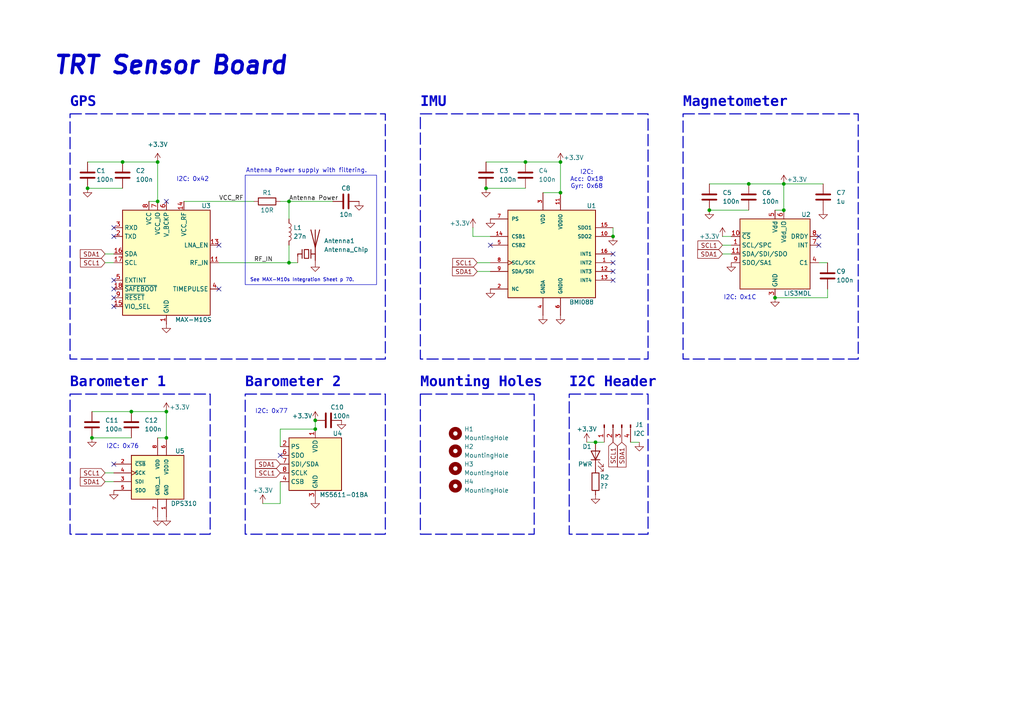
<source format=kicad_sch>
(kicad_sch (version 20231120) (generator "eeschema") (generator_version "8.0")
  (paper "A4")
  (title_block (title "TRT Sensor Board") (date "2024-07-10") (rev "0.1") (company "TRT"))
  (lib_symbols
    (symbol "BMI088:BMI088" (pin_names (offset 1.016))
      (property "Reference" "U" (at 7.62 15.24 0))
      (property "Value" "BMI088" (at 5.08 -15.24 0))
      (symbol "BMI088_0_0"
        (rectangle (start -12.7 12.7) (end 12.7 -12.7) (stroke (width 0.254)) (fill (type background)))
        (pin bidirectional line (at 17.78 -2.54 180) (length 5.08) (name "INT2") (number "1"))
        (pin output line (at 17.78 5.08 180) (length 5.08) (name "SDO2") (number "10"))
        (pin power_in line (at 2.54 17.78 270) (length 5.08) (name "VDDIO") (number "11"))
        (pin bidirectional line (at 17.78 -5.08 180) (length 5.08) (name "INT3") (number "12"))
        (pin bidirectional line (at 17.78 -7.62 180) (length 5.08) (name "INT4") (number "13"))
        (pin input line (at -17.78 5.08 0) (length 5.08) (name "CSB1") (number "14"))
        (pin output line (at 17.78 7.62 180) (length 5.08) (name "SDO1") (number "15"))
        (pin bidirectional line (at 17.78 0 180) (length 5.08) (name "INT1") (number "16"))
        (pin passive line (at -17.78 -10.16 0) (length 5.08) (name "NC") (number "2"))
        (pin power_in line (at -2.54 17.78 270) (length 5.08) (name "VDD") (number "3"))
        (pin power_in line (at -2.54 -17.78 90) (length 5.08) (name "GNDA") (number "4"))
        (pin input line (at -17.78 2.54 0) (length 5.08) (name "CSB2") (number "5"))
        (pin power_in line (at 2.54 -17.78 90) (length 5.08) (name "GNDIO") (number "6"))
        (pin input line (at -17.78 10.16 0) (length 5.08) (name "PS") (number "7"))
        (pin input clock (at -17.78 -2.54 0) (length 5.08) (name "SCL/SCK") (number "8"))
        (pin bidirectional line (at -17.78 -5.08 0) (length 5.08) (name "SDA/SDI") (number "9"))
      )
    )
    (symbol "Connector:Conn_01x04_Pin" (pin_names (offset 1.016) hide)
      (property "Reference" "J" (at 0 5.08 0))
      (property "Value" "Conn_01x04_Pin" (at 0 -7.62 0))
      (symbol "Conn_01x04_Pin_1_1"
        (polyline (pts (xy 1.27 -5.08) (xy 0.8636 -5.08)) (stroke (width 0.1524)))
        (polyline (pts (xy 1.27 -2.54) (xy 0.8636 -2.54)) (stroke (width 0.1524)))
        (polyline (pts (xy 1.27 0) (xy 0.8636 0)) (stroke (width 0.1524)))
        (polyline (pts (xy 1.27 2.54) (xy 0.8636 2.54)) (stroke (width 0.1524)))
        (rectangle (start 0.8636 -4.953) (end 0 -5.207) (stroke (width 0.1524)) (fill (type outline)))
        (rectangle (start 0.8636 -2.413) (end 0 -2.667) (stroke (width 0.1524)) (fill (type outline)))
        (rectangle (start 0.8636 0.127) (end 0 -0.127) (stroke (width 0.1524)) (fill (type outline)))
        (rectangle (start 0.8636 2.667) (end 0 2.413) (stroke (width 0.1524)) (fill (type outline)))
        (pin passive line (at 5.08 2.54 180) (length 3.81) (name "Pin_1") (number "1"))
        (pin passive line (at 5.08 0 180) (length 3.81) (name "Pin_2") (number "2"))
        (pin passive line (at 5.08 -2.54 180) (length 3.81) (name "Pin_3") (number "3"))
        (pin passive line (at 5.08 -5.08 180) (length 3.81) (name "Pin_4") (number "4"))
      )
    )
    (symbol "DPS310XTSA1:DPS310XTSA1" (pin_names (offset 1.016))
      (property "Reference" "U" (at 2.54 5.08 0))
      (property "Value" "DPS310XTSA1" (at -7.62 -7.62 0))
      (symbol "DPS310XTSA1_0_0"
        (rectangle (start -10.16 5.08) (end 5.08 -7.62) (stroke (width 0.254)) (fill (type background)))
        (pin power_in line (at 0 -12.7 90) (length 5.08) (name "GND") (number "1"))
        (pin input line (at -15.24 2.54 0) (length 5.08) (name "~{CSB}") (number "2"))
        (pin bidirectional line (at -15.24 -2.54 0) (length 5.08) (name "SDI") (number "3"))
        (pin input clock (at -15.24 0 0) (length 5.08) (name "SCK") (number "4"))
        (pin output line (at -15.24 -5.08 0) (length 5.08) (name "SDO") (number "5"))
        (pin power_in line (at 0 10.16 270) (length 5.08) (name "VDDIO") (number "6"))
        (pin power_in line (at -2.54 -12.7 90) (length 5.08) (name "GND__1") (number "7"))
        (pin power_in line (at -2.54 10.16 270) (length 5.08) (name "VDD") (number "8"))
      )
    )
    (symbol "Device:Antenna_Chip" (pin_numbers hide) (pin_names (offset 1.016) hide)
      (property "Reference" "AE1" (at 5.08 3.8101 0))
      (property "Value" "Antenna_Chip" (at 5.08 1.2701 0))
      (symbol "Antenna_Chip_0_1"
        (polyline (pts (xy -2.54 0) (xy -2.54 -0.635)) (stroke (width 0.254)))
        (polyline (pts (xy -2.54 0) (xy -1.27 0)) (stroke (width 0.254)))
        (polyline (pts (xy 1.27 0) (xy 2.54 0)) (stroke (width 0.254)))
        (polyline (pts (xy 1.27 1.27) (xy 1.27 -1.27)) (stroke (width 0.254)))
        (polyline (pts (xy 2.54 -0.635) (xy 2.54 0)))
        (polyline (pts (xy 2.54 6.985) (xy 2.54 -1.905)) (stroke (width 0.254)))
        (polyline (pts (xy -1.27 1.27) (xy -1.27 -1.27) (xy -1.27 0)) (stroke (width 0.254)))
        (polyline (pts (xy 3.81 6.985) (xy 2.54 1.905) (xy 1.27 6.985)) (stroke (width 0.254)))
        (polyline (pts (xy -0.635 1.27) (xy 0.635 1.27) (xy 0.635 -1.27) (xy -0.635 -1.27) (xy -0.635 1.27)) (stroke (width 0.254)))
      )
      (symbol "Antenna_Chip_1_1"
        (pin input line (at -2.54 -2.54 90) (length 2.54) (name "FEED") (number "1"))
        (pin passive line (at 2.54 -2.54 90) (length 2.54) (name "PCB_Trace") (number "2"))
        (pin input line (at 2.54 -2.54 0) (length 2.54) hide (name "") (number "3"))
        (pin input line (at 2.54 -2.54 0) (length 2.54) hide (name "") (number "4"))
        (pin input line (at 2.54 -2.54 0) (length 2.54) hide (name "") (number "5"))
        (pin input line (at 2.54 -2.54 0) (length 2.54) hide (name "") (number "6"))
        (pin input line (at 2.54 -2.54 0) (length 2.54) hide (name "") (number "7"))
        (pin input line (at 2.54 -2.54 0) (length 2.54) hide (name "") (number "8"))
        (pin input line (at 2.54 -2.54 0) (length 2.54) hide (name "") (number "9"))
      )
    )
    (symbol "Device:C" (pin_numbers hide) (pin_names (offset 0.254))
      (property "Reference" "C" (at 0.635 2.54 0))
      (property "Value" "C" (at 0.635 -2.54 0))
      (symbol "C_0_1"
        (polyline (pts (xy -2.032 -0.762) (xy 2.032 -0.762)) (stroke (width 0.508)))
        (polyline (pts (xy -2.032 0.762) (xy 2.032 0.762)) (stroke (width 0.508)))
      )
      (symbol "C_1_1"
        (pin passive line (at 0 3.81 270) (length 2.794) (name "~") (number "1"))
        (pin passive line (at 0 -3.81 90) (length 2.794) (name "~") (number "2"))
      )
    )
    (symbol "Device:L" (pin_numbers hide) (pin_names (offset 1.016) hide)
      (property "Reference" "L" (at -1.27 0 90))
      (property "Value" "L" (at 1.905 0 90))
      (symbol "L_0_1"
        (arc (start 0 -2.54) (mid 0.6323 -1.905) (end 0 -1.27))
        (arc (start 0 -1.27) (mid 0.6323 -0.635) (end 0 0))
        (arc (start 0 0) (mid 0.6323 0.635) (end 0 1.27))
        (arc (start 0 1.27) (mid 0.6323 1.905) (end 0 2.54))
      )
      (symbol "L_1_1"
        (pin passive line (at 0 3.81 270) (length 1.27) (name "1") (number "1"))
        (pin passive line (at 0 -3.81 90) (length 1.27) (name "2") (number "2"))
      )
    )
    (symbol "Device:LED" (pin_numbers hide) (pin_names (offset 1.016) hide)
      (property "Reference" "D" (at 0 2.54 0))
      (property "Value" "LED" (at 0 -2.54 0))
      (symbol "LED_0_1"
        (polyline (pts (xy -1.27 -1.27) (xy -1.27 1.27)) (stroke (width 0.254)))
        (polyline (pts (xy -1.27 0) (xy 1.27 0)))
        (polyline (pts (xy 1.27 -1.27) (xy 1.27 1.27) (xy -1.27 0) (xy 1.27 -1.27)) (stroke (width 0.254)))
        (polyline (pts (xy -3.048 -0.762) (xy -4.572 -2.286) (xy -3.81 -2.286) (xy -4.572 -2.286) (xy -4.572 -1.524)))
        (polyline (pts (xy -1.778 -0.762) (xy -3.302 -2.286) (xy -2.54 -2.286) (xy -3.302 -2.286) (xy -3.302 -1.524)))
      )
      (symbol "LED_1_1"
        (pin passive line (at -3.81 0 0) (length 2.54) (name "K") (number "1"))
        (pin passive line (at 3.81 0 180) (length 2.54) (name "A") (number "2"))
      )
    )
    (symbol "Device:R" (pin_numbers hide) (pin_names (offset 0))
      (property "Reference" "R" (at 2.032 0 90))
      (property "Value" "R" (at 0 0 90))
      (symbol "R_0_1"
        (rectangle (start -1.016 -2.54) (end 1.016 2.54) (stroke (width 0.254)))
      )
      (symbol "R_1_1"
        (pin passive line (at 0 3.81 270) (length 1.27) (name "~") (number "1"))
        (pin passive line (at 0 -3.81 90) (length 1.27) (name "~") (number "2"))
      )
    )
    (symbol "Mechanical:MountingHole" (pin_names (offset 1.016)) (exclude_from_sim yes) (in_bom no)
      (property "Reference" "H" (at 0 5.08 0))
      (property "Value" "MountingHole" (at 0 3.175 0))
      (symbol "MountingHole_0_1"
        (circle (center 0 0) (radius 1.27) (stroke (width 1.27)))
      )
    )
    (symbol "RF_GPS:MAX-M10S"
      (property "Reference" "U" (at -10.16 16.51 0))
      (property "Value" "MAX-M10S" (at 11.43 16.51 0))
      (symbol "MAX-M10S_0_1"
        (rectangle (start 12.7 15.24) (end -12.7 -15.24) (stroke (width 0.254)) (fill (type background)))
      )
      (symbol "MAX-M10S_1_1"
        (pin power_in line (at 0 -17.78 90) (length 2.54) (name "GND") (number "1"))
        (pin passive line (at 0 -17.78 90) (length 2.54) hide (name "GND") (number "10"))
        (pin input line (at 15.24 0 180) (length 2.54) (name "RF_IN") (number "11"))
        (pin passive line (at 0 -17.78 90) (length 2.54) hide (name "GND") (number "12"))
        (pin output line (at 15.24 5.08 180) (length 2.54) (name "LNA_EN") (number "13"))
        (pin power_out line (at 5.08 17.78 270) (length 2.54) (name "VCC_RF") (number "14"))
        (pin input line (at -15.24 -12.7 0) (length 2.54) (name "VIO_SEL") (number "15"))
        (pin bidirectional line (at -15.24 2.54 0) (length 2.54) (name "SDA") (number "16"))
        (pin input line (at -15.24 0 0) (length 2.54) (name "SCL") (number "17"))
        (pin input line (at -15.24 -7.62 0) (length 2.54) (name "~{SAFEBOOT}") (number "18"))
        (pin output line (at -15.24 7.62 0) (length 2.54) (name "TXD") (number "2"))
        (pin input line (at -15.24 10.16 0) (length 2.54) (name "RXD") (number "3"))
        (pin output line (at 15.24 -7.62 180) (length 2.54) (name "TIMEPULSE") (number "4"))
        (pin input line (at -15.24 -5.08 0) (length 2.54) (name "EXTINT") (number "5"))
        (pin power_in line (at 0 17.78 270) (length 2.54) (name "V_BCKP") (number "6"))
        (pin power_in line (at -2.54 17.78 270) (length 2.54) (name "VCC_IO") (number "7"))
        (pin power_in line (at -5.08 17.78 270) (length 2.54) (name "VCC") (number "8"))
        (pin input line (at -15.24 -10.16 0) (length 2.54) (name "~{RESET}") (number "9"))
      )
    )
    (symbol "Sensor_Magnetic:LIS3MDL"
      (property "Reference" "U" (at -8.89 11.43 0))
      (property "Value" "LIS3MDL" (at 7.62 11.43 0))
      (symbol "LIS3MDL_0_1"
        (rectangle (start -10.16 10.16) (end 10.16 -10.16) (stroke (width 0.254)) (fill (type background)))
      )
      (symbol "LIS3MDL_1_1"
        (pin input line (at -12.7 2.54 0) (length 2.54) (name "SCL/SPC") (number "1"))
        (pin input line (at -12.7 5.08 0) (length 2.54) (name "~{CS}") (number "10"))
        (pin bidirectional line (at -12.7 0 0) (length 2.54) (name "SDA/SDI/SDO") (number "11"))
        (pin passive line (at 0 -12.7 90) (length 2.54) hide (name "GND") (number "12"))
        (pin passive line (at 0 -12.7 90) (length 2.54) hide (name "GND") (number "2"))
        (pin power_in line (at 0 -12.7 90) (length 2.54) (name "GND") (number "3"))
        (pin power_out line (at 12.7 -2.54 180) (length 2.54) (name "C1") (number "4"))
        (pin power_in line (at 0 12.7 270) (length 2.54) (name "Vdd") (number "5"))
        (pin power_in line (at 2.54 12.7 270) (length 2.54) (name "Vdd_IO") (number "6"))
        (pin output line (at 12.7 2.54 180) (length 2.54) (name "INT") (number "7"))
        (pin output line (at 12.7 5.08 180) (length 2.54) (name "DRDY") (number "8"))
        (pin bidirectional line (at -12.7 -2.54 0) (length 2.54) (name "SDO/SA1") (number "9"))
      )
    )
    (symbol "Sensor_Pressure:MS5611-01BA"
      (property "Reference" "U" (at -6.35 8.89 0))
      (property "Value" "MS5611-01BA" (at 7.62 8.89 0))
      (symbol "MS5611-01BA_0_1"
        (rectangle (start -7.62 7.62) (end 7.62 -7.62) (stroke (width 0.254)) (fill (type background)))
      )
      (symbol "MS5611-01BA_1_1"
        (pin power_in line (at 0 10.16 270) (length 2.54) (name "VDD") (number "1"))
        (pin input line (at -10.16 5.08 0) (length 2.54) (name "PS") (number "2"))
        (pin power_in line (at 0 -10.16 90) (length 2.54) (name "GND") (number "3"))
        (pin input line (at -10.16 -5.08 0) (length 2.54) (name "CSB") (number "4"))
        (pin input line (at -10.16 -5.08 0) (length 2.54) hide (name "CSB") (number "5"))
        (pin output line (at -10.16 2.54 0) (length 2.54) (name "SDO") (number "6"))
        (pin bidirectional line (at -10.16 0 0) (length 2.54) (name "SDI/SDA") (number "7"))
        (pin input line (at -10.16 -2.54 0) (length 2.54) (name "SCLK") (number "8"))
      )
    )
    (symbol "power:+3.3V" (power) (pin_numbers hide) (pin_names (offset 0) hide)
      (property "Value" "+3.3V" (at 0 3.556 0))
      (symbol "+3.3V_0_1"
        (polyline (pts (xy -0.762 1.27) (xy 0 2.54)))
        (polyline (pts (xy 0 0) (xy 0 2.54)))
        (polyline (pts (xy 0 2.54) (xy 0.762 1.27)))
      )
      (symbol "+3.3V_1_1"
        (pin power_in line (at 0 0 90) (length 0) (name "~") (number "1"))
      )
    )
    (symbol "power:GND" (power) (pin_numbers hide) (pin_names (offset 0) hide)
      (property "Value" "GND" (at 0 -3.81 0))
      (symbol "GND_0_1"
        (polyline (pts (xy 0 0) (xy 0 -1.27) (xy 1.27 -1.27) (xy 0 -2.54) (xy -1.27 -1.27) (xy 0 -1.27)))
      )
      (symbol "GND_1_1"
        (pin power_in line (at 0 0 270) (length 0) (name "~") (number "1"))
      )
    )
  )
  (junction (at 172.72 128.27))
  (junction (at 227.33 53.34))
  (junction (at 162.56 55.88))
  (junction (at 224.79 86.36))
  (junction (at 162.56 46.99))
  (junction (at 217.17 53.34))
  (junction (at 205.74 60.96))
  (junction (at 152.4 46.99))
  (junction (at 25.4 54.61))
  (junction (at 83.82 76.2))
  (junction (at 26.67 127))
  (junction (at 35.56 46.99))
  (junction (at 91.44 124.46))
  (junction (at 83.82 58.42))
  (junction (at 140.97 54.61))
  (junction (at 177.8 68.58))
  (junction (at 38.1 119.38))
  (junction (at 227.33 60.96))
  (junction (at 45.72 46.99))
  (junction (at 48.26 127))
  (junction (at 91.44 121.92))
  (junction (at 48.26 119.38))
  (junction (at 45.72 58.42))
  (no_connect (at 33.02 86.36))
  (no_connect (at 142.24 71.12))
  (no_connect (at 33.02 66.04))
  (no_connect (at 33.02 83.82))
  (no_connect (at 63.5 83.82))
  (no_connect (at 237.49 68.58))
  (no_connect (at 33.02 88.9))
  (no_connect (at 81.28 132.08))
  (no_connect (at 33.02 81.28))
  (no_connect (at 33.02 134.62))
  (no_connect (at 33.02 68.58))
  (no_connect (at 177.8 76.2))
  (no_connect (at 237.49 71.12))
  (no_connect (at 63.5 71.12))
  (no_connect (at 177.8 78.74))
  (no_connect (at 48.26 58.42))
  (no_connect (at 177.8 73.66))
  (no_connect (at 177.8 81.28))
  (wire (pts (xy 172.72 128.27) (xy 170.18 128.27)))
  (wire (pts (xy 43.18 58.42) (xy 45.72 58.42)))
  (wire (pts (xy 81.28 139.7) (xy 81.28 146.05)))
  (wire (pts (xy 227.33 53.34) (xy 227.33 60.96)))
  (wire (pts (xy 45.72 46.99) (xy 45.72 58.42)))
  (wire (pts (xy 30.48 76.2) (xy 33.02 76.2)))
  (wire (pts (xy 162.56 46.99) (xy 162.56 55.88)))
  (wire (pts (xy 138.43 76.2) (xy 142.24 76.2)))
  (wire (pts (xy 152.4 46.99) (xy 162.56 46.99)))
  (wire (pts (xy 35.56 46.99) (xy 45.72 46.99)))
  (wire (pts (xy 53.34 58.42) (xy 73.66 58.42)))
  (wire (pts (xy 240.03 83.82) (xy 240.03 86.36)))
  (wire (pts (xy 138.43 78.74) (xy 142.24 78.74)))
  (wire (pts (xy 83.82 58.42) (xy 96.52 58.42)))
  (wire (pts (xy 172.72 128.27) (xy 175.26 128.27)))
  (wire (pts (xy 30.48 139.7) (xy 33.02 139.7)))
  (wire (pts (xy 83.82 76.2) (xy 86.36 76.2)))
  (wire (pts (xy 140.97 46.99) (xy 152.4 46.99)))
  (wire (pts (xy 45.72 127) (xy 48.26 127)))
  (wire (pts (xy 81.28 124.46) (xy 81.28 129.54)))
  (wire (pts (xy 182.88 128.27) (xy 185.42 128.27)))
  (wire (pts (xy 212.09 68.58) (xy 209.55 68.58)))
  (wire (pts (xy 91.44 121.92) (xy 91.44 124.46)))
  (wire (pts (xy 30.48 137.16) (xy 33.02 137.16)))
  (wire (pts (xy 209.55 71.12) (xy 212.09 71.12)))
  (wire (pts (xy 81.28 124.46) (xy 91.44 124.46)))
  (wire (pts (xy 38.1 119.38) (xy 48.26 119.38)))
  (wire (pts (xy 177.8 66.04) (xy 177.8 68.58)))
  (wire (pts (xy 83.82 58.42) (xy 83.82 63.5)))
  (wire (pts (xy 142.24 68.58) (xy 137.16 68.58)))
  (wire (pts (xy 26.67 119.38) (xy 38.1 119.38)))
  (wire (pts (xy 26.67 127) (xy 38.1 127)))
  (wire (pts (xy 157.48 55.88) (xy 162.56 55.88)))
  (wire (pts (xy 25.4 46.99) (xy 35.56 46.99)))
  (wire (pts (xy 140.97 54.61) (xy 152.4 54.61)))
  (wire (pts (xy 224.79 60.96) (xy 227.33 60.96)))
  (wire (pts (xy 205.74 53.34) (xy 217.17 53.34)))
  (wire (pts (xy 48.26 119.38) (xy 48.26 127)))
  (wire (pts (xy 81.28 58.42) (xy 83.82 58.42)))
  (wire (pts (xy 205.74 60.96) (xy 217.17 60.96)))
  (wire (pts (xy 227.33 53.34) (xy 238.76 53.34)))
  (wire (pts (xy 30.48 73.66) (xy 33.02 73.66)))
  (wire (pts (xy 137.16 66.04) (xy 137.16 68.58)))
  (wire (pts (xy 76.2 146.05) (xy 81.28 146.05)))
  (wire (pts (xy 217.17 53.34) (xy 227.33 53.34)))
  (wire (pts (xy 63.5 76.2) (xy 83.82 76.2)))
  (wire (pts (xy 237.49 76.2) (xy 240.03 76.2)))
  (wire (pts (xy 209.55 73.66) (xy 212.09 73.66)))
  (wire (pts (xy 25.4 54.61) (xy 35.56 54.61)))
  (wire (pts (xy 83.82 71.12) (xy 83.82 76.2)))
  (wire (pts (xy 224.79 86.36) (xy 240.03 86.36)))
  (rectangle (start 20.32 33.02) (end 111.76 104.14) (stroke (width 0.3) (type dash)))
  (rectangle (start 165.1 114.3) (end 187.96 154.94) (stroke (width 0.3) (type dash)))
  (rectangle (start 71.12 50.8) (end 109.22 82.55))
  (rectangle (start 71.12 114.3) (end 111.76 154.94) (stroke (width 0.3) (type dash)))
  (rectangle (start 121.92 33.02) (end 187.96 104.14) (stroke (width 0.3) (type dash)))
  (rectangle (start 20.32 114.3) (end 60.96 154.94) (stroke (width 0.3) (type dash)))
  (rectangle (start 198.12 33.02) (end 248.92 104.14) (stroke (width 0.3) (type dash)))
  (rectangle (start 121.92 114.3) (end 154.94 154.94) (stroke (width 0.3) (type dash)))
  (text "IMU" (at 121.92 30.48 0) (effects (font (size 3 3) (thickness 1) (bold yes)) (justify left)))
  (text "TRT Sensor Board" (at 49.53 19.05 0) (effects (font (size 5 5) (thickness 1) (bold yes) (italic yes))))
  (text "I2C:\nAcc: 0x18\nGyr: 0x68" (at 170.18 52.07 0) (effects (font (size 1.27 1.27))))
  (text "I2C: 0x1C" (at 214.63 86.36 0) (effects (font (size 1.27 1.27))))
  (text "Barometer 2" (at 71.12 111.76 0) (effects (font (size 3 3) (thickness 1) (bold yes)) (justify left)))
  (text "Magnetometer" (at 198.12 30.48 0) (effects (font (size 3 3) (thickness 1) (bold yes)) (justify left)))
  (text "GPS" (at 20.32 30.48 0) (effects (font (size 3 3) (thickness 1) (bold yes)) (justify left)))
  (text "I2C: 0x42" (at 55.88 52.07 0) (effects (font (size 1.27 1.27))))
  (text "I2C: 0x77" (at 78.74 119.38 0) (effects (font (size 1.27 1.27))))
  (text "See MAX-M10s Integration Sheet p 70." (at 87.63 81.28 0) (effects (font (size 1 1))))
  (text "I2C Header" (at 165.1 111.76 0) (effects (font (size 3 3) (thickness 1) (bold yes)) (justify left)))
  (text "Mounting Holes" (at 121.92 111.76 0) (effects (font (size 3 3) (thickness 1) (bold yes)) (justify left)))
  (text "Antenna Power supply with filtering." (at 88.9 49.53 0) (effects (font (size 1.27 1.27))))
  (text "Barometer 1\n" (at 20.32 111.76 0) (effects (font (size 3 3) (thickness 1) (bold yes)) (justify left)))
  (text "I2C: 0x76" (at 35.56 129.54 0) (effects (font (size 1.27 1.27))))
  (label "Antenna Power" (at 83.82 58.42 0))
  (label "VCC_RF" (at 63.5 58.42 0))
  (label "RF_IN" (at 73.66 76.2 0))
  (global_label "SCL1" (shape input) (at 30.48 76.2 180) (property "Intersheetrefs" "${INTERSHEET_REFS}" (effects (hide yes))))
  (global_label "SCL1" (shape input) (at 138.43 76.2 180) (property "Intersheetrefs" "${INTERSHEET_REFS}" (effects (hide yes))))
  (global_label "SCL1" (shape input) (at 81.28 137.16 180) (property "Intersheetrefs" "${INTERSHEET_REFS}" (effects (hide yes))))
  (global_label "SDA1" (shape input) (at 180.34 128.27 270) (property "Intersheetrefs" "${INTERSHEET_REFS}" (effects (hide yes))))
  (global_label "SDA1" (shape input) (at 30.48 139.7 180) (property "Intersheetrefs" "${INTERSHEET_REFS}" (effects (hide yes))))
  (global_label "SDA1" (shape input) (at 81.28 134.62 180) (property "Intersheetrefs" "${INTERSHEET_REFS}" (effects (hide yes))))
  (global_label "SDA1" (shape input) (at 30.48 73.66 180) (property "Intersheetrefs" "${INTERSHEET_REFS}" (effects (hide yes))))
  (global_label "SCL1" (shape input) (at 30.48 137.16 180) (property "Intersheetrefs" "${INTERSHEET_REFS}" (effects (hide yes))))
  (global_label "SCL1" (shape input) (at 209.55 71.12 180) (property "Intersheetrefs" "${INTERSHEET_REFS}" (effects (hide yes))))
  (global_label "SDA1" (shape input) (at 138.43 78.74 180) (property "Intersheetrefs" "${INTERSHEET_REFS}" (effects (hide yes))))
  (global_label "SDA1" (shape input) (at 209.55 73.66 180) (property "Intersheetrefs" "${INTERSHEET_REFS}" (effects (hide yes))))
  (global_label "SCL1" (shape input) (at 177.8 128.27 270) (property "Intersheetrefs" "${INTERSHEET_REFS}" (effects (hide yes))))
  (symbol (lib_id "power:GND") (at 238.76 60.96 0) (unit 1)
    (property "Reference" "#PWR08" (effects (hide yes)))
    (property "Value" "GND" (effects (hide yes)))
    (property "Description" "Power symbol creates a global label with name \"GND\" , ground" (effects (hide yes)))
  )
  (symbol (lib_id "DPS310XTSA1:DPS310XTSA1") (at 48.26 137.16 0) (unit 1)
    (property "Reference" "U5" (at 50.8 130.81 0) (effects (justify left)))
    (property "Value" "DPS310" (at 49.53 146.05 0) (effects (justify left)))
    (property "Footprint" "DPS310XTSA1:XDCR_DPS310XTSA1" (effects (hide yes)))
    (property "Description" "Supply voltage range 1.7V to 3.6V | Operation range 300hPa 1200hPa | Sensors precision 0.005hPa | Relative accuracy 0.06hPa | Pressure temperature sensitivity of 0.5Pa/K | Temperature accuracy 0.5C" (effects (hide yes)))
    (property "MF" "Infineon" (effects (hide yes)))
    (property "PACKAGE" "LGA-8 Infineon" (effects (hide yes)))
    (property "PRICE" "None" (effects (hide yes)))
    (property "MP" "DPS310XTSA1" (effects (hide yes)))
    (property "AVAILABILITY" "Unavailable" (effects (hide yes)))
  )
  (symbol (lib_id "Device:R") (at 172.72 139.7 0) (unit 1)
    (property "Reference" "R2" (at 173.99 138.43 0) (effects (justify left)))
    (property "Value" "??" (at 173.99 140.97 0) (effects (justify left)))
    (property "Footprint" "Resistor_SMD:R_0805_2012Metric" (effects (hide yes)))
    (property "Description" "Resistor" (effects (hide yes)))
  )
  (symbol (lib_id "power:GND") (at 33.02 142.24 0) (unit 1)
    (property "Reference" "#PWR027" (effects (hide yes)))
    (property "Value" "GND" (effects (hide yes)))
    (property "Description" "Power symbol creates a global label with name \"GND\" , ground" (effects (hide yes)))
  )
  (symbol (lib_id "power:+3.3V") (at 209.55 68.58 0) (unit 1)
    (property "Reference" "#PWR012" (effects (hide yes)))
    (property "Value" "+3.3V" (at 205.74 68.58 0))
    (property "Description" "Power symbol creates a global label with name \"+3.3V\"" (effects (hide yes)))
  )
  (symbol (lib_id "Connector:Conn_01x04_Pin") (at 177.8 123.19 90) (mirror x) (unit 1)
    (property "Reference" "J1" (at 185.42 123.19 90))
    (property "Value" "I2C" (at 185.42 125.73 90))
    (property "Footprint" "Connector_JST:JST_XH_S4B-XH-A_1x04_P2.50mm_Horizontal" (effects (hide yes)))
    (property "Description" "Generic connector, single row, 01x04, script generated" (effects (hide yes)))
  )
  (symbol (lib_id "power:GND") (at 48.26 149.86 0) (unit 1)
    (property "Reference" "#PWR031" (effects (hide yes)))
    (property "Value" "GND" (effects (hide yes)))
    (property "Description" "Power symbol creates a global label with name \"GND\" , ground" (effects (hide yes)))
  )
  (symbol (lib_id "power:+3.3V") (at 162.56 46.99 0) (unit 1)
    (property "Reference" "#PWR02" (effects (hide yes)))
    (property "Value" "+3.3V" (at 166.37 45.72 0))
    (property "Description" "Power symbol creates a global label with name \"+3.3V\"" (effects (hide yes)))
  )
  (symbol (lib_id "power:GND") (at 26.67 127 0) (unit 1)
    (property "Reference" "#PWR025" (effects (hide yes)))
    (property "Value" "GND" (effects (hide yes)))
    (property "Description" "Power symbol creates a global label with name \"GND\" , ground" (effects (hide yes)))
  )
  (symbol (lib_id "Device:C") (at 38.1 123.19 0) (unit 1)
    (property "Reference" "C12" (at 41.91 121.9199 0) (effects (justify left)))
    (property "Value" "100n" (at 41.91 124.4599 0) (effects (justify left)))
    (property "Footprint" "Capacitor_SMD:C_0805_2012Metric" (effects (hide yes)))
    (property "Description" "Unpolarized capacitor" (effects (hide yes)))
  )
  (symbol (lib_id "power:GND") (at 172.72 143.51 0) (unit 1)
    (property "Reference" "#PWR026" (effects (hide yes)))
    (property "Value" "GND" (effects (hide yes)))
    (property "Description" "Power symbol creates a global label with name \"GND\" , ground" (effects (hide yes)))
  )
  (symbol (lib_id "Device:C") (at 205.74 57.15 0) (unit 1)
    (property "Reference" "C5" (at 209.55 55.8799 0) (effects (justify left)))
    (property "Value" "100n" (at 209.55 58.4199 0) (effects (justify left)))
    (property "Footprint" "Capacitor_SMD:C_0805_2012Metric" (effects (hide yes)))
    (property "Description" "Unpolarized capacitor" (effects (hide yes)))
  )
  (symbol (lib_id "BMI088:BMI088") (at 160.02 73.66 0) (unit 1)
    (property "Reference" "U1" (at 170.18 59.69 0) (effects (justify left)))
    (property "Value" "BMI088" (at 165.1 87.63 0) (effects (justify left)))
    (property "Footprint" "BMI088:PQFN50P450X300X100-16N" (effects (hide yes)))
    (property "Description" "Accelerometer, Gyroscope, 6 Axis Sensor I²C, SPI Output" (effects (hide yes)))
    (property "MF" "Bosch Sensortec" (effects (hide yes)))
    (property "PURCHASE-URL" "https://pricing.snapeda.com/search/part/BMI088/?ref=eda" (effects (hide yes)))
    (property "PACKAGE" "VFLGA-16 Bosch Sensortec" (effects (hide yes)))
    (property "PRICE" "None" (effects (hide yes)))
    (property "MP" "BMI088" (effects (hide yes)))
    (property "AVAILABILITY" "In Stock" (effects (hide yes)))
  )
  (symbol (lib_id "power:GND") (at 224.79 86.36 0) (unit 1)
    (property "Reference" "#PWR016" (effects (hide yes)))
    (property "Value" "GND" (effects (hide yes)))
    (property "Description" "Power symbol creates a global label with name \"GND\" , ground" (effects (hide yes)))
  )
  (symbol (lib_id "Device:C") (at 100.33 58.42 90) (unit 1)
    (property "Reference" "C8" (at 100.33 54.61 90))
    (property "Value" "10n" (at 100.33 62.23 90))
    (property "Footprint" "Capacitor_SMD:C_0805_2012Metric" (effects (hide yes)))
    (property "Description" "Unpolarized capacitor" (effects (hide yes)))
  )
  (symbol (lib_id "power:+3.3V") (at 137.16 66.04 0) (unit 1)
    (property "Reference" "#PWR010" (effects (hide yes)))
    (property "Value" "+3.3V" (at 133.35 64.77 0))
    (property "Description" "Power symbol creates a global label with name \"+3.3V\"" (effects (hide yes)))
  )
  (symbol (lib_id "Mechanical:MountingHole") (at 132.08 140.97 0) (unit 1) (exclude_from_sim yes) (in_bom no)
    (property "Reference" "H4" (at 134.62 139.6999 0) (effects (justify left)))
    (property "Value" "MountingHole" (at 134.62 142.2399 0) (effects (justify left)))
    (property "Footprint" "MountingHole:MountingHole_2.2mm_M2" (effects (hide yes)))
    (property "Description" "Mounting Hole without connection" (effects (hide yes)))
  )
  (symbol (lib_id "Sensor_Magnetic:LIS3MDL") (at 224.79 73.66 0) (unit 1)
    (property "Reference" "U2" (at 232.41 62.23 0) (effects (justify left)))
    (property "Value" "LIS3MDL" (at 227.33 85.09 0) (effects (justify left)))
    (property "Footprint" "Package_LGA:LGA-12_2x2mm_P0.5mm" (effects (hide yes)))
    (property "Datasheet" "https://www.st.com/resource/en/datasheet/lis3mdl.pdf" (effects (hide yes)))
    (property "Description" "Ultra-low-power, 3-axis digital output magnetometer, LGA-12" (effects (hide yes)))
  )
  (symbol (lib_id "Device:Antenna_Chip") (at 88.9 73.66 0) (unit 1)
    (property "Reference" "Antenna1" (at 93.98 69.8499 0) (effects (justify left)))
    (property "Value" "Antenna_Chip" (at 93.98 72.3899 0) (effects (justify left)))
    (property "Footprint" "PatchAntenna:SGGP.12.A" (effects (hide yes)))
    (property "Description" "Ceramic chip antenna with pin for PCB trace" (effects (hide yes)))
  )
  (symbol (lib_id "Device:L") (at 83.82 67.31 0) (unit 1)
    (property "Reference" "L1" (at 85.09 66.0399 0) (effects (justify left)))
    (property "Value" "27n" (at 85.09 68.5799 0) (effects (justify left)))
    (property "Footprint" "Inductor_SMD:L_0805_2012Metric" (effects (hide yes)))
    (property "Description" "Inductor" (effects (hide yes)))
  )
  (symbol (lib_id "Device:C") (at 35.56 50.8 0) (unit 1)
    (property "Reference" "C2" (at 39.37 49.5299 0) (effects (justify left)))
    (property "Value" "100n" (at 39.37 52.0699 0) (effects (justify left)))
    (property "Footprint" "Capacitor_SMD:C_0805_2012Metric" (effects (hide yes)))
    (property "Description" "Unpolarized capacitor" (effects (hide yes)))
  )
  (symbol (lib_id "power:GND") (at 99.06 121.92 0) (unit 1)
    (property "Reference" "#PWR022" (effects (hide yes)))
    (property "Value" "GND" (effects (hide yes)))
    (property "Description" "Power symbol creates a global label with name \"GND\" , ground" (effects (hide yes)))
  )
  (symbol (lib_id "Device:C") (at 152.4 50.8 0) (unit 1)
    (property "Reference" "C4" (at 156.21 49.5299 0) (effects (justify left)))
    (property "Value" "100n" (at 156.21 52.0699 0) (effects (justify left)))
    (property "Footprint" "Capacitor_SMD:C_0805_2012Metric" (effects (hide yes)))
    (property "Description" "Unpolarized capacitor" (effects (hide yes)))
  )
  (symbol (lib_id "power:GND") (at 104.14 58.42 0) (unit 1)
    (property "Reference" "#PWR06" (effects (hide yes)))
    (property "Value" "GND" (effects (hide yes)))
    (property "Description" "Power symbol creates a global label with name \"GND\" , ground" (effects (hide yes)))
  )
  (symbol (lib_id "Device:C") (at 217.17 57.15 0) (unit 1)
    (property "Reference" "C6" (at 220.98 55.8799 0) (effects (justify left)))
    (property "Value" "100n" (at 220.98 58.4199 0) (effects (justify left)))
    (property "Footprint" "Capacitor_SMD:C_0805_2012Metric" (effects (hide yes)))
    (property "Description" "Unpolarized capacitor" (effects (hide yes)))
  )
  (symbol (lib_id "Device:LED") (at 172.72 132.08 90) (unit 1)
    (property "Reference" "D1" (at 168.91 129.54 90) (effects (justify right)))
    (property "Value" "PWR" (at 167.64 134.62 90) (effects (justify right)))
    (property "Footprint" "LED_SMD:LED_0805_2012Metric" (effects (hide yes)))
    (property "Description" "Light emitting diode" (effects (hide yes)))
  )
  (symbol (lib_id "power:GND") (at 25.4 54.61 0) (unit 1)
    (property "Reference" "#PWR04" (effects (hide yes)))
    (property "Value" "GND" (effects (hide yes)))
    (property "Description" "Power symbol creates a global label with name \"GND\" , ground" (effects (hide yes)))
  )
  (symbol (lib_id "power:GND") (at 157.48 91.44 0) (unit 1)
    (property "Reference" "#PWR017" (effects (hide yes)))
    (property "Value" "GND" (effects (hide yes)))
    (property "Description" "Power symbol creates a global label with name \"GND\" , ground" (effects (hide yes)))
  )
  (symbol (lib_id "Device:C") (at 95.25 121.92 90) (unit 1)
    (property "Reference" "C10" (at 97.79 118.11 90))
    (property "Value" "100n" (at 99.06 120.65 90))
    (property "Footprint" "Capacitor_SMD:C_0805_2012Metric" (effects (hide yes)))
    (property "Description" "Unpolarized capacitor" (effects (hide yes)))
  )
  (symbol (lib_id "power:GND") (at 185.42 128.27 0) (unit 1)
    (property "Reference" "#PWR024" (effects (hide yes)))
    (property "Value" "GND" (effects (hide yes)))
    (property "Description" "Power symbol creates a global label with name \"GND\" , ground" (effects (hide yes)))
  )
  (symbol (lib_id "Mechanical:MountingHole") (at 132.08 135.89 0) (unit 1) (exclude_from_sim yes) (in_bom no)
    (property "Reference" "H3" (at 134.62 134.6199 0) (effects (justify left)))
    (property "Value" "MountingHole" (at 134.62 137.1599 0) (effects (justify left)))
    (property "Footprint" "MountingHole:MountingHole_2.2mm_M2" (effects (hide yes)))
    (property "Description" "Mounting Hole without connection" (effects (hide yes)))
  )
  (symbol (lib_id "power:GND") (at 142.24 83.82 0) (unit 1)
    (property "Reference" "#PWR015" (effects (hide yes)))
    (property "Value" "GND" (effects (hide yes)))
    (property "Description" "Power symbol creates a global label with name \"GND\" , ground" (effects (hide yes)))
  )
  (symbol (lib_id "power:+3.3V") (at 45.72 46.99 0) (unit 1)
    (property "Reference" "#PWR01" (effects (hide yes)))
    (property "Value" "+3.3V" (at 45.72 41.91 0))
    (property "Description" "Power symbol creates a global label with name \"+3.3V\"" (effects (hide yes)))
  )
  (symbol (lib_id "power:+3.3V") (at 227.33 53.34 0) (unit 1)
    (property "Reference" "#PWR03" (effects (hide yes)))
    (property "Value" "+3.3V" (at 231.14 52.07 0))
    (property "Description" "Power symbol creates a global label with name \"+3.3V\"" (effects (hide yes)))
  )
  (symbol (lib_id "Device:C") (at 140.97 50.8 0) (unit 1)
    (property "Reference" "C3" (at 144.78 49.5299 0) (effects (justify left)))
    (property "Value" "100n" (at 144.78 52.0699 0) (effects (justify left)))
    (property "Footprint" "Capacitor_SMD:C_0805_2012Metric" (effects (hide yes)))
    (property "Description" "Unpolarized capacitor" (effects (hide yes)))
  )
  (symbol (lib_id "power:GND") (at 205.74 60.96 0) (unit 1)
    (property "Reference" "#PWR07" (effects (hide yes)))
    (property "Value" "GND" (effects (hide yes)))
    (property "Description" "Power symbol creates a global label with name \"GND\" , ground" (effects (hide yes)))
  )
  (symbol (lib_id "power:GND") (at 162.56 91.44 0) (unit 1)
    (property "Reference" "#PWR018" (effects (hide yes)))
    (property "Value" "GND" (effects (hide yes)))
    (property "Description" "Power symbol creates a global label with name \"GND\" , ground" (effects (hide yes)))
  )
  (symbol (lib_id "power:GND") (at 142.24 63.5 0) (unit 1)
    (property "Reference" "#PWR09" (effects (hide yes)))
    (property "Value" "GND" (effects (hide yes)))
    (property "Description" "Power symbol creates a global label with name \"GND\" , ground" (effects (hide yes)))
  )
  (symbol (lib_id "power:GND") (at 140.97 54.61 0) (unit 1)
    (property "Reference" "#PWR05" (effects (hide yes)))
    (property "Value" "GND" (effects (hide yes)))
    (property "Description" "Power symbol creates a global label with name \"GND\" , ground" (effects (hide yes)))
  )
  (symbol (lib_id "Device:R") (at 77.47 58.42 90) (unit 1)
    (property "Reference" "R1" (at 77.47 55.88 90))
    (property "Value" "10R" (at 77.47 60.96 90))
    (property "Footprint" "Resistor_SMD:R_0805_2012Metric" (effects (hide yes)))
    (property "Description" "Resistor" (effects (hide yes)))
  )
  (symbol (lib_id "power:GND") (at 177.8 68.58 0) (unit 1)
    (property "Reference" "#PWR011" (effects (hide yes)))
    (property "Value" "GND" (effects (hide yes)))
    (property "Description" "Power symbol creates a global label with name \"GND\" , ground" (effects (hide yes)))
  )
  (symbol (lib_id "Mechanical:MountingHole") (at 132.08 125.73 0) (unit 1) (exclude_from_sim yes) (in_bom no)
    (property "Reference" "H1" (at 134.62 124.4599 0) (effects (justify left)))
    (property "Value" "MountingHole" (at 134.62 126.9999 0) (effects (justify left)))
    (property "Footprint" "MountingHole:MountingHole_2.2mm_M2" (effects (hide yes)))
    (property "Description" "Mounting Hole without connection" (effects (hide yes)))
  )
  (symbol (lib_id "power:GND") (at 91.44 76.2 0) (unit 1)
    (property "Reference" "#PWR013" (effects (hide yes)))
    (property "Value" "GND" (effects (hide yes)))
    (property "Description" "Power symbol creates a global label with name \"GND\" , ground" (effects (hide yes)))
  )
  (symbol (lib_id "Mechanical:MountingHole") (at 132.08 130.81 0) (unit 1) (exclude_from_sim yes) (in_bom no)
    (property "Reference" "H2" (at 134.62 129.5399 0) (effects (justify left)))
    (property "Value" "MountingHole" (at 134.62 132.0799 0) (effects (justify left)))
    (property "Footprint" "MountingHole:MountingHole_2.2mm_M2" (effects (hide yes)))
    (property "Description" "Mounting Hole without connection" (effects (hide yes)))
  )
  (symbol (lib_id "power:+3.3V") (at 48.26 119.38 0) (unit 1)
    (property "Reference" "#PWR020" (effects (hide yes)))
    (property "Value" "+3.3V" (at 52.07 118.11 0))
    (property "Description" "Power symbol creates a global label with name \"+3.3V\"" (effects (hide yes)))
  )
  (symbol (lib_id "power:GND") (at 45.72 149.86 0) (unit 1)
    (property "Reference" "#PWR030" (effects (hide yes)))
    (property "Value" "GND" (effects (hide yes)))
    (property "Description" "Power symbol creates a global label with name \"GND\" , ground" (effects (hide yes)))
  )
  (symbol (lib_id "Sensor_Pressure:MS5611-01BA") (at 91.44 134.62 0) (unit 1)
    (property "Reference" "U4" (at 96.52 125.73 0) (effects (justify left)))
    (property "Value" "MS5611-01BA" (at 92.71 143.51 0) (effects (justify left)))
    (property "Footprint" "Package_LGA:LGA-8_3x5mm_P1.25mm" (effects (hide yes)))
    (property "Datasheet" "https://www.te.com/commerce/DocumentDelivery/DDEController?Action=srchrtrv&DocNm=MS5611-01BA03&DocType=Data+Sheet&DocLang=English" (effects (hide yes)))
    (property "Description" "Barometric pressure sensor, 10cm resolution, 10 to 1200 mbar, I2C and SPI interface up to 20MHz, LGA-8" (effects (hide yes)))
  )
  (symbol (lib_id "power:GND") (at 91.44 144.78 0) (unit 1)
    (property "Reference" "#PWR028" (effects (hide yes)))
    (property "Value" "GND" (effects (hide yes)))
    (property "Description" "Power symbol creates a global label with name \"GND\" , ground" (effects (hide yes)))
  )
  (symbol (lib_id "Device:C") (at 25.4 50.8 0) (unit 1)
    (property "Reference" "C1" (at 27.94 49.53 0) (effects (justify left)))
    (property "Value" "100n" (at 27.94 52.07 0) (effects (justify left)))
    (property "Footprint" "Capacitor_SMD:C_0805_2012Metric" (effects (hide yes)))
    (property "Description" "Unpolarized capacitor" (effects (hide yes)))
  )
  (symbol (lib_id "power:GND") (at 48.26 93.98 0) (unit 1)
    (property "Reference" "#PWR019" (effects (hide yes)))
    (property "Value" "GND" (effects (hide yes)))
    (property "Description" "Power symbol creates a global label with name \"GND\" , ground" (effects (hide yes)))
  )
  (symbol (lib_id "Device:C") (at 26.67 123.19 0) (unit 1)
    (property "Reference" "C11" (at 30.48 121.9199 0) (effects (justify left)))
    (property "Value" "100n" (at 30.48 124.4599 0) (effects (justify left)))
    (property "Footprint" "Capacitor_SMD:C_0805_2012Metric" (effects (hide yes)))
    (property "Description" "Unpolarized capacitor" (effects (hide yes)))
  )
  (symbol (lib_id "power:+3.3V") (at 91.44 121.92 0) (unit 1)
    (property "Reference" "#PWR021" (effects (hide yes)))
    (property "Value" "+3.3V" (at 87.63 120.65 0))
    (property "Description" "Power symbol creates a global label with name \"+3.3V\"" (effects (hide yes)))
  )
  (symbol (lib_id "Device:C") (at 240.03 80.01 0) (unit 1)
    (property "Reference" "C9" (at 242.57 78.74 0) (effects (justify left)))
    (property "Value" "100n" (at 242.57 81.28 0) (effects (justify left)))
    (property "Footprint" "Capacitor_SMD:C_0805_2012Metric" (effects (hide yes)))
    (property "Description" "Unpolarized capacitor" (effects (hide yes)))
  )
  (symbol (lib_id "RF_GPS:MAX-M10S") (at 48.26 76.2 0) (unit 1)
    (property "Reference" "U3" (at 58.42 59.69 0) (effects (justify left)))
    (property "Value" "MAX-M10S" (at 50.8 92.71 0) (effects (justify left)))
    (property "Footprint" "RF_GPS:ublox_MAX" (effects (hide yes)))
    (property "Datasheet" "https://content.u-blox.com/sites/default/files/MAX-M10S_DataSheet_UBX-20035208.pdf" (effects (hide yes)))
    (property "Description" "GNSS Module MAX M10, VCC 1.65V to 3.6V" (effects (hide yes)))
  )
  (symbol (lib_id "power:GND") (at 212.09 76.2 0) (unit 1)
    (property "Reference" "#PWR014" (effects (hide yes)))
    (property "Value" "GND" (effects (hide yes)))
    (property "Description" "Power symbol creates a global label with name \"GND\" , ground" (effects (hide yes)))
  )
  (symbol (lib_id "Device:C") (at 238.76 57.15 0) (unit 1)
    (property "Reference" "C7" (at 242.57 55.8799 0) (effects (justify left)))
    (property "Value" "1u" (at 242.57 58.4199 0) (effects (justify left)))
    (property "Footprint" "Capacitor_SMD:C_0805_2012Metric" (effects (hide yes)))
    (property "Description" "Unpolarized capacitor" (effects (hide yes)))
  )
  (symbol (lib_id "power:+3.3V") (at 76.2 146.05 0) (unit 1)
    (property "Reference" "#PWR029" (effects (hide yes)))
    (property "Value" "+3.3V" (at 76.2 142.24 0))
    (property "Description" "Power symbol creates a global label with name \"+3.3V\"" (effects (hide yes)))
  )
  (symbol (lib_id "power:+3.3V") (at 170.18 128.27 0) (unit 1)
    (property "Reference" "#PWR023" (effects (hide yes)))
    (property "Value" "+3.3V" (at 170.18 124.46 0))
    (property "Description" "Power symbol creates a global label with name \"+3.3V\"" (effects (hide yes)))
  )
)
</source>
